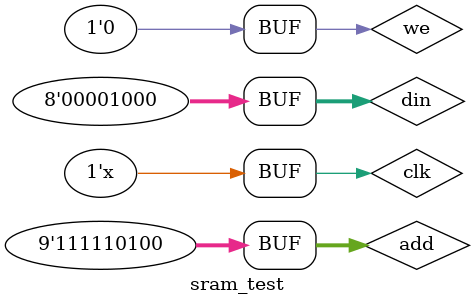
<source format=v>
`timescale 1ns / 1ps


module sram_test;
// Parameters
parameter CLK_PERIOD = 10; // Clock period in ns
// Testbench signals
reg clk;
reg we; // Write enable
reg [8:0] add; // 4-bit address (16 locations)
reg [7:0] din; // 32-bit data input
wire [7:0] dout; // 32-bit data output
// Instantiate the SRAM module
SRAMbig uut (
.add(add),
.we(we),
.din(din),
.dout(dout),
.clk(clk)
);
// Clock generation
always begin
#5 clk = ~clk;
end
// Stimulus process
initial begin
//$monitor("time %d dout %d we %d",$time,dout,we);
#100
clk = 0;
we = 1;
add = 9'd0;
din = 8'd255;
#100
we = 1;
add = 9'b0001;
din = 8'd6;
#100
we = 1;
add = 9'd500;
din = 8'd8;
#100
we = 0;
add = 9'd0;
din = 8'd8;
//$finish;
#100
we = 0;
add = 9'b0001;
din = 8'd8;
#100
we=0;
add=9'd500;
din=8'd8;
end
// End simulation
endmodule

</source>
